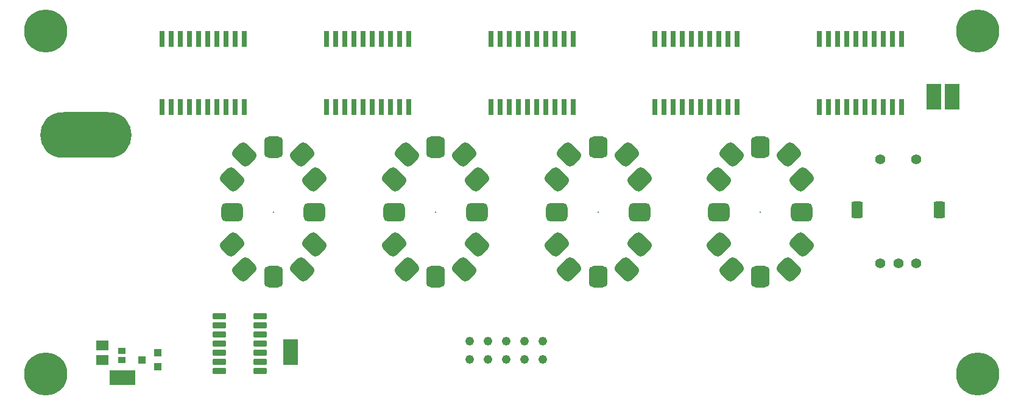
<source format=gts>
G04*
G04 #@! TF.GenerationSoftware,Altium Limited,Altium Designer,19.1.8 (144)*
G04*
G04 Layer_Color=8388736*
%FSLAX25Y25*%
%MOIN*%
G70*
G01*
G75*
%ADD14R,0.07887X0.14186*%
%ADD15R,0.14186X0.07887*%
%ADD16R,0.03162X0.08674*%
G04:AMPARAMS|DCode=17|XSize=33.59mil|YSize=72.96mil|CornerRadius=5.92mil|HoleSize=0mil|Usage=FLASHONLY|Rotation=90.000|XOffset=0mil|YOffset=0mil|HoleType=Round|Shape=RoundedRectangle|*
%AMROUNDEDRECTD17*
21,1,0.03359,0.06112,0,0,90.0*
21,1,0.02175,0.07296,0,0,90.0*
1,1,0.01184,0.03056,0.01088*
1,1,0.01184,0.03056,-0.01088*
1,1,0.01184,-0.03056,-0.01088*
1,1,0.01184,-0.03056,0.01088*
%
%ADD17ROUNDEDRECTD17*%
%ADD18R,0.06902X0.05721*%
%ADD19R,0.04147X0.03753*%
%ADD20R,0.04343X0.03950*%
%ADD21O,0.50000X0.25000*%
G04:AMPARAMS|DCode=22|XSize=90.68mil|YSize=63.12mil|CornerRadius=10.89mil|HoleSize=0mil|Usage=FLASHONLY|Rotation=90.000|XOffset=0mil|YOffset=0mil|HoleType=Round|Shape=RoundedRectangle|*
%AMROUNDEDRECTD22*
21,1,0.09068,0.04134,0,0,90.0*
21,1,0.06890,0.06312,0,0,90.0*
1,1,0.02178,0.02067,0.03445*
1,1,0.02178,0.02067,-0.03445*
1,1,0.02178,-0.02067,-0.03445*
1,1,0.02178,-0.02067,0.03445*
%
%ADD22ROUNDEDRECTD22*%
%ADD23C,0.05524*%
G04:AMPARAMS|DCode=24|XSize=102.49mil|YSize=118.24mil|CornerRadius=27.62mil|HoleSize=0mil|Usage=FLASHONLY|Rotation=225.000|XOffset=0mil|YOffset=0mil|HoleType=Round|Shape=RoundedRectangle|*
%AMROUNDEDRECTD24*
21,1,0.10249,0.06299,0,0,225.0*
21,1,0.04724,0.11824,0,0,225.0*
1,1,0.05524,-0.03897,0.00557*
1,1,0.05524,-0.00557,0.03897*
1,1,0.05524,0.03897,-0.00557*
1,1,0.05524,0.00557,-0.03897*
%
%ADD24ROUNDEDRECTD24*%
G04:AMPARAMS|DCode=25|XSize=102.49mil|YSize=118.24mil|CornerRadius=27.62mil|HoleSize=0mil|Usage=FLASHONLY|Rotation=180.000|XOffset=0mil|YOffset=0mil|HoleType=Round|Shape=RoundedRectangle|*
%AMROUNDEDRECTD25*
21,1,0.10249,0.06299,0,0,180.0*
21,1,0.04724,0.11824,0,0,180.0*
1,1,0.05524,-0.02362,0.03150*
1,1,0.05524,0.02362,0.03150*
1,1,0.05524,0.02362,-0.03150*
1,1,0.05524,-0.02362,-0.03150*
%
%ADD25ROUNDEDRECTD25*%
G04:AMPARAMS|DCode=26|XSize=102.49mil|YSize=118.24mil|CornerRadius=27.62mil|HoleSize=0mil|Usage=FLASHONLY|Rotation=135.000|XOffset=0mil|YOffset=0mil|HoleType=Round|Shape=RoundedRectangle|*
%AMROUNDEDRECTD26*
21,1,0.10249,0.06299,0,0,135.0*
21,1,0.04724,0.11824,0,0,135.0*
1,1,0.05524,0.00557,0.03897*
1,1,0.05524,0.03897,0.00557*
1,1,0.05524,-0.00557,-0.03897*
1,1,0.05524,-0.03897,-0.00557*
%
%ADD26ROUNDEDRECTD26*%
G04:AMPARAMS|DCode=27|XSize=102.49mil|YSize=118.24mil|CornerRadius=27.62mil|HoleSize=0mil|Usage=FLASHONLY|Rotation=90.000|XOffset=0mil|YOffset=0mil|HoleType=Round|Shape=RoundedRectangle|*
%AMROUNDEDRECTD27*
21,1,0.10249,0.06299,0,0,90.0*
21,1,0.04724,0.11824,0,0,90.0*
1,1,0.05524,0.03150,0.02362*
1,1,0.05524,0.03150,-0.02362*
1,1,0.05524,-0.03150,-0.02362*
1,1,0.05524,-0.03150,0.02362*
%
%ADD27ROUNDEDRECTD27*%
%ADD28C,0.00800*%
%ADD29C,0.04816*%
%ADD30C,0.23622*%
D14*
X150000Y28000D02*
D03*
X512000Y168000D02*
D03*
X502000D02*
D03*
D15*
X58000Y14000D02*
D03*
D16*
X439138Y162299D02*
D03*
X444138D02*
D03*
X449138Y162299D02*
D03*
X454138Y162299D02*
D03*
X459138D02*
D03*
X464138Y162299D02*
D03*
X469138D02*
D03*
X474138Y162299D02*
D03*
X479138Y162299D02*
D03*
X484138D02*
D03*
X439138Y199701D02*
D03*
X444138Y199701D02*
D03*
X449138D02*
D03*
X454138D02*
D03*
X459138D02*
D03*
X464138Y199701D02*
D03*
X469138Y199701D02*
D03*
X474138D02*
D03*
X479138D02*
D03*
X484138D02*
D03*
X349263Y162299D02*
D03*
X354263D02*
D03*
X359263D02*
D03*
X364263D02*
D03*
X369263D02*
D03*
X374263D02*
D03*
X379263D02*
D03*
X384263D02*
D03*
X389263D02*
D03*
X394263D02*
D03*
X349263Y199701D02*
D03*
X354263D02*
D03*
X359263D02*
D03*
X364263D02*
D03*
X369263Y199701D02*
D03*
X374263Y199701D02*
D03*
X379263D02*
D03*
X384263D02*
D03*
X389263D02*
D03*
X394263Y199701D02*
D03*
X259388Y162299D02*
D03*
X264388D02*
D03*
X269388D02*
D03*
X274388D02*
D03*
X279388D02*
D03*
X284388D02*
D03*
X289388D02*
D03*
X294388D02*
D03*
X299388D02*
D03*
X304388D02*
D03*
X259388Y199701D02*
D03*
X264388D02*
D03*
X269388D02*
D03*
X274388D02*
D03*
X279388Y199701D02*
D03*
X284388Y199701D02*
D03*
X289388D02*
D03*
X294388D02*
D03*
X299388D02*
D03*
X304388Y199701D02*
D03*
X169513Y162299D02*
D03*
X174513D02*
D03*
X179513D02*
D03*
X184513D02*
D03*
X189513D02*
D03*
X194513D02*
D03*
X199513D02*
D03*
X204513D02*
D03*
X209513D02*
D03*
X214513D02*
D03*
X169513Y199701D02*
D03*
X174513Y199701D02*
D03*
X179513D02*
D03*
X184513D02*
D03*
X189513Y199701D02*
D03*
X194513D02*
D03*
X199513Y199701D02*
D03*
X204513D02*
D03*
X209513D02*
D03*
X214513Y199701D02*
D03*
X79638Y162299D02*
D03*
X84638D02*
D03*
X89638D02*
D03*
X94638Y162299D02*
D03*
X99638Y162299D02*
D03*
X104638D02*
D03*
X109638D02*
D03*
X114638D02*
D03*
X119638D02*
D03*
X124638D02*
D03*
X79638Y199701D02*
D03*
X84638Y199701D02*
D03*
X89638D02*
D03*
X94638D02*
D03*
X99638Y199701D02*
D03*
X104638D02*
D03*
X109638Y199701D02*
D03*
X114638Y199701D02*
D03*
X119638Y199701D02*
D03*
X124638Y199701D02*
D03*
D17*
X110878Y47500D02*
D03*
Y42500D02*
D03*
Y37500D02*
D03*
Y32500D02*
D03*
Y27500D02*
D03*
Y22500D02*
D03*
Y17500D02*
D03*
X133122Y47500D02*
D03*
Y42500D02*
D03*
Y37500D02*
D03*
Y32500D02*
D03*
Y27500D02*
D03*
Y22500D02*
D03*
Y17500D02*
D03*
D18*
X46795Y23630D02*
D03*
Y31701D02*
D03*
D19*
X57638Y28559D02*
D03*
Y23441D02*
D03*
D20*
X77126Y19925D02*
D03*
Y27406D02*
D03*
X68465Y23665D02*
D03*
D21*
X38000Y147000D02*
D03*
D22*
X504882Y106000D02*
D03*
X460000D02*
D03*
D23*
X492283Y133559D02*
D03*
X472598D02*
D03*
X482441Y76472D02*
D03*
X492283D02*
D03*
X472598D02*
D03*
D24*
X251846Y86984D02*
D03*
X244956Y73204D02*
D03*
X206570Y122416D02*
D03*
X213460Y136196D02*
D03*
X163000Y86984D02*
D03*
X156110Y73204D02*
D03*
X117724Y122416D02*
D03*
X124614Y136196D02*
D03*
X391152D02*
D03*
X384262Y122416D02*
D03*
X422648Y73204D02*
D03*
X429538Y86984D02*
D03*
X340692D02*
D03*
X333802Y73204D02*
D03*
X295416Y122416D02*
D03*
X302306Y136196D02*
D03*
D25*
X229208Y69267D02*
D03*
Y140133D02*
D03*
X140362Y69267D02*
D03*
Y140133D02*
D03*
X406900D02*
D03*
Y69267D02*
D03*
X318054D02*
D03*
Y140133D02*
D03*
D26*
X213460Y73204D02*
D03*
X206570Y86984D02*
D03*
X244956Y136196D02*
D03*
X251846Y122416D02*
D03*
X124614Y73204D02*
D03*
X117724Y86984D02*
D03*
X156110Y136196D02*
D03*
X163000Y122416D02*
D03*
X429538D02*
D03*
X422648Y136196D02*
D03*
X384262Y86984D02*
D03*
X391152Y73204D02*
D03*
X302306D02*
D03*
X295416Y86984D02*
D03*
X333802Y136196D02*
D03*
X340692Y122416D02*
D03*
D27*
X206570Y104700D02*
D03*
X251846D02*
D03*
X117724D02*
D03*
X163000D02*
D03*
X429538D02*
D03*
X384262D02*
D03*
X295416D02*
D03*
X340692D02*
D03*
D28*
X229208D02*
D03*
X140362D02*
D03*
X406900D02*
D03*
X318054D02*
D03*
D29*
X288000Y24000D02*
D03*
X288000Y34000D02*
D03*
X278000Y24000D02*
D03*
X278000Y34000D02*
D03*
X268000Y24000D02*
D03*
Y34000D02*
D03*
X258000Y24000D02*
D03*
X258000Y34000D02*
D03*
X248000Y24000D02*
D03*
X248000Y34000D02*
D03*
D30*
X526000Y16000D02*
D03*
X16000D02*
D03*
X526000Y204000D02*
D03*
X16000D02*
D03*
M02*

</source>
